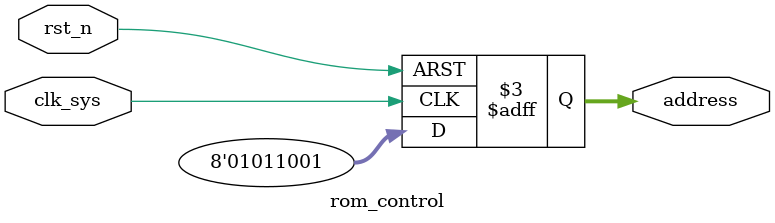
<source format=v>
module rom_control(clk_sys,rst_n,address);
input clk_sys,rst_n;
output reg[7:0]address;

always@(posedge clk_sys or negedge rst_n)begin
	if(!rst_n)begin
		address <= "0";
	end
	else begin
//		if(address == "Z")
//			address <= "0";
//		else
			address <= "Z"-1;
//		if(address >= 256)
//			address <= 0;
//		else
//			address <= address + 1;
	end


end

endmodule

</source>
